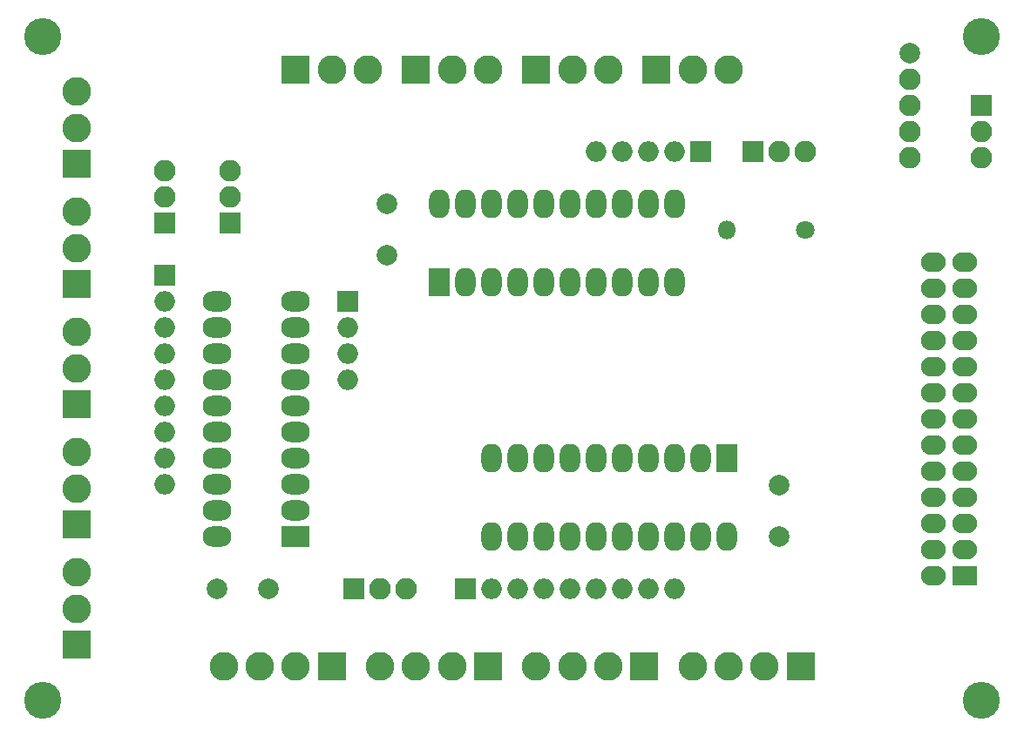
<source format=gts>
G04 This is an RS-274x file exported by *
G04 gerbv version 2.6.0 *
G04 More information is available about gerbv at *
G04 http://gerbv.gpleda.org/ *
G04 --End of header info--*
%MOIN*%
%FSLAX34Y34*%
%IPPOS*%
G04 --Define apertures--*
%ADD10C,0.0039*%
%ADD11O,0.0945X0.0748*%
%ADD12R,0.0945X0.0748*%
%ADD13R,0.0827X0.0827*%
%ADD14O,0.0827X0.0827*%
%ADD15R,0.0787X0.0787*%
%ADD16O,0.0787X0.0787*%
%ADD17C,0.1417*%
%ADD18C,0.0787*%
%ADD19R,0.0787X0.1102*%
%ADD20O,0.0787X0.1102*%
%ADD21R,0.1102X0.0787*%
%ADD22O,0.1102X0.0787*%
%ADD23C,0.0709*%
%ADD24O,0.0709X0.0709*%
%ADD25C,0.1102*%
%ADD26R,0.1102X0.1102*%
G04 --Start main section--*
G54D11*
G01X0045552Y-030150D03*
G01X0046748Y-030150D03*
G01X0045552Y-031150D03*
G01X0046748Y-031150D03*
G01X0045552Y-032150D03*
G54D12*
G01X0046748Y-032150D03*
G54D11*
G01X0046748Y-029150D03*
G01X0045552Y-029150D03*
G01X0045552Y-028150D03*
G01X0046748Y-028150D03*
G01X0046748Y-027150D03*
G01X0045552Y-027150D03*
G01X0045552Y-026150D03*
G01X0046748Y-026150D03*
G01X0046748Y-025150D03*
G01X0045552Y-025150D03*
G01X0045552Y-024150D03*
G01X0046748Y-024150D03*
G01X0046748Y-023150D03*
G01X0045552Y-023150D03*
G01X0045552Y-022150D03*
G01X0046748Y-022150D03*
G01X0046748Y-021150D03*
G01X0045552Y-021150D03*
G01X0045552Y-020150D03*
G01X0046748Y-020150D03*
G54D13*
G01X0018650Y-018650D03*
G54D14*
G01X0018650Y-017650D03*
G01X0018650Y-016650D03*
G54D13*
G01X0023400Y-032650D03*
G54D14*
G01X0024400Y-032650D03*
G01X0025400Y-032650D03*
G54D13*
G01X0016150Y-018650D03*
G54D14*
G01X0016150Y-017650D03*
G01X0016150Y-016650D03*
G54D15*
G01X0016150Y-020650D03*
G54D16*
G01X0016150Y-021650D03*
G01X0016150Y-022650D03*
G01X0016150Y-023650D03*
G01X0016150Y-024650D03*
G01X0016150Y-025650D03*
G01X0016150Y-026650D03*
G01X0016150Y-027650D03*
G01X0016150Y-028650D03*
G54D17*
G01X0011500Y-011500D03*
G01X0011500Y-036900D03*
G01X0047400Y-036900D03*
G54D18*
G01X0039650Y-028681D03*
G01X0039650Y-030650D03*
G01X0020119Y-032650D03*
G01X0018150Y-032650D03*
G01X0024650Y-017900D03*
G01X0024650Y-019869D03*
G54D14*
G01X0044650Y-016150D03*
G01X0044650Y-015150D03*
G01X0044650Y-014150D03*
G01X0044650Y-013150D03*
G54D18*
G01X0044650Y-012150D03*
G54D14*
G01X0047400Y-016150D03*
G01X0047400Y-015150D03*
G54D13*
G01X0047400Y-014150D03*
G54D17*
G01X0047400Y-011500D03*
G54D15*
G01X0023150Y-021650D03*
G54D16*
G01X0023150Y-022650D03*
G01X0023150Y-023650D03*
G01X0023150Y-024650D03*
G54D15*
G01X0027650Y-032650D03*
G54D16*
G01X0028650Y-032650D03*
G01X0029650Y-032650D03*
G01X0030650Y-032650D03*
G01X0031650Y-032650D03*
G01X0032650Y-032650D03*
G01X0033650Y-032650D03*
G01X0034650Y-032650D03*
G01X0035650Y-032650D03*
G54D15*
G01X0036650Y-015900D03*
G54D16*
G01X0035650Y-015900D03*
G01X0034650Y-015900D03*
G01X0033650Y-015900D03*
G01X0032650Y-015900D03*
G54D13*
G01X0038650Y-015900D03*
G54D14*
G01X0039650Y-015900D03*
G01X0040650Y-015900D03*
G54D19*
G01X0026650Y-020900D03*
G54D20*
G01X0035650Y-017900D03*
G01X0027650Y-020900D03*
G01X0034650Y-017900D03*
G01X0028650Y-020900D03*
G01X0033650Y-017900D03*
G01X0029650Y-020900D03*
G01X0032650Y-017900D03*
G01X0030650Y-020900D03*
G01X0031650Y-017900D03*
G01X0031650Y-020900D03*
G01X0030650Y-017900D03*
G01X0032650Y-020900D03*
G01X0029650Y-017900D03*
G01X0033650Y-020900D03*
G01X0028650Y-017900D03*
G01X0034650Y-020900D03*
G01X0027650Y-017900D03*
G01X0035650Y-020900D03*
G01X0026650Y-017900D03*
G54D21*
G01X0021150Y-030650D03*
G54D22*
G01X0018150Y-021650D03*
G01X0021150Y-029650D03*
G01X0018150Y-022650D03*
G01X0021150Y-028650D03*
G01X0018150Y-023650D03*
G01X0021150Y-027650D03*
G01X0018150Y-024650D03*
G01X0021150Y-026650D03*
G01X0018150Y-025650D03*
G01X0021150Y-025650D03*
G01X0018150Y-026650D03*
G01X0021150Y-024650D03*
G01X0018150Y-027650D03*
G01X0021150Y-023650D03*
G01X0018150Y-028650D03*
G01X0021150Y-022650D03*
G01X0018150Y-029650D03*
G01X0021150Y-021650D03*
G01X0018150Y-030650D03*
G54D19*
G01X0037650Y-027650D03*
G54D20*
G01X0028650Y-030650D03*
G01X0036650Y-027650D03*
G01X0029650Y-030650D03*
G01X0035650Y-027650D03*
G01X0030650Y-030650D03*
G01X0034650Y-027650D03*
G01X0031650Y-030650D03*
G01X0033650Y-027650D03*
G01X0032650Y-030650D03*
G01X0032650Y-027650D03*
G01X0033650Y-030650D03*
G01X0031650Y-027650D03*
G01X0034650Y-030650D03*
G01X0030650Y-027650D03*
G01X0035650Y-030650D03*
G01X0029650Y-027650D03*
G01X0036650Y-030650D03*
G01X0028650Y-027650D03*
G01X0037650Y-030650D03*
G54D23*
G01X0040650Y-018900D03*
G54D24*
G01X0037650Y-018900D03*
G54D25*
G01X0012776Y-033400D03*
G54D26*
G01X0012776Y-034778D03*
G54D25*
G01X0012776Y-032022D03*
G01X0012776Y-028800D03*
G54D26*
G01X0012776Y-030178D03*
G54D25*
G01X0012776Y-027422D03*
G01X0012776Y-024200D03*
G54D26*
G01X0012776Y-025578D03*
G54D25*
G01X0012776Y-022822D03*
G01X0012776Y-019600D03*
G54D26*
G01X0012776Y-020978D03*
G54D25*
G01X0012776Y-018222D03*
G01X0012776Y-015000D03*
G54D26*
G01X0012776Y-016378D03*
G54D25*
G01X0012776Y-013622D03*
G01X0021172Y-035624D03*
G54D26*
G01X0022550Y-035624D03*
G54D25*
G01X0019794Y-035624D03*
G01X0018416Y-035624D03*
G01X0027150Y-035624D03*
G54D26*
G01X0028528Y-035624D03*
G54D25*
G01X0025772Y-035624D03*
G01X0024394Y-035624D03*
G01X0033128Y-035624D03*
G54D26*
G01X0034506Y-035624D03*
G54D25*
G01X0031750Y-035624D03*
G01X0030372Y-035624D03*
G01X0039106Y-035624D03*
G54D26*
G01X0040484Y-035624D03*
G54D25*
G01X0037728Y-035624D03*
G01X0036350Y-035624D03*
G01X0022550Y-012776D03*
G54D26*
G01X0021172Y-012776D03*
G54D25*
G01X0023928Y-012776D03*
G01X0027150Y-012776D03*
G54D26*
G01X0025772Y-012776D03*
G54D25*
G01X0028528Y-012776D03*
G01X0031750Y-012776D03*
G54D26*
G01X0030372Y-012776D03*
G54D25*
G01X0033128Y-012776D03*
G01X0036350Y-012776D03*
G54D26*
G01X0034972Y-012776D03*
G54D25*
G01X0037728Y-012776D03*
M02*

</source>
